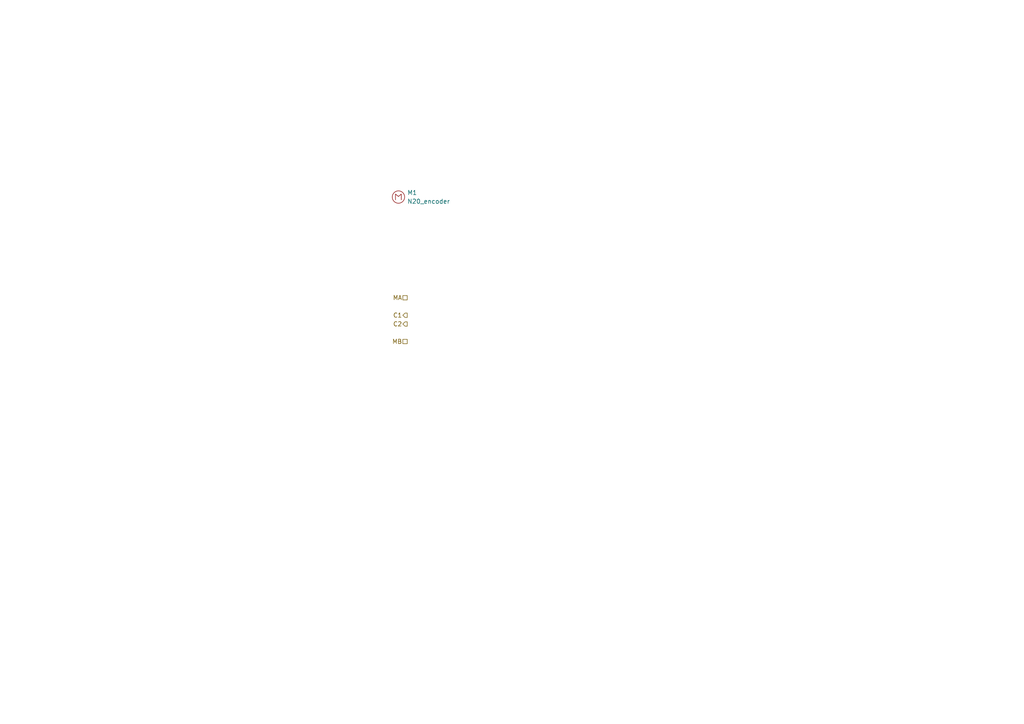
<source format=kicad_sch>
(kicad_sch (version 20230121) (generator eeschema)
  (paper "A4")
  (lib_symbols
    (symbol "minimouse:N20_w_encoder"
      (property "Reference" "M" (at -8.89 1.27 0))
      (property "Value" "N20_encoder" (at 0 -2.54 0))
      (symbol "N20_w_encoder_0_1"
        (polyline (pts (xy -0.8636 -0.8128) (xy -0.8636 0.8636) (xy 0 0.1524) (xy 0.8128 0.8636) (xy 0.8128 -0.8128)))
        (circle (center 0 0) (radius 1.7961))
      )
    )
  )
  (hierarchical_label "C1" (shape output) (at 118.11 91.44 180))
  (hierarchical_label "C2" (shape output) (at 118.11 93.98 180))
  (hierarchical_label "MB" (shape passive) (at 118.11 99.06 180))
  (hierarchical_label "MA" (shape passive) (at 118.11 86.36 180))
  (symbol (lib_id "minimouse:N20_w_encoder") (at 115.57 57.15 0) (unit 1)
    (property "Reference" "M1" (at 118.11 55.88 0) (effects (justify left)))
    (property "Value" "N20_encoder" (at 118.11 58.42 0) (effects (justify left)))
    (property "Footprint" "minimouse:N20_with_encoder" (effects hide))
    (instances (project "minimouse" (path "" (reference "M1") (unit 1)) (path "" (reference "M2") (unit 1))))
  )
)
</source>
